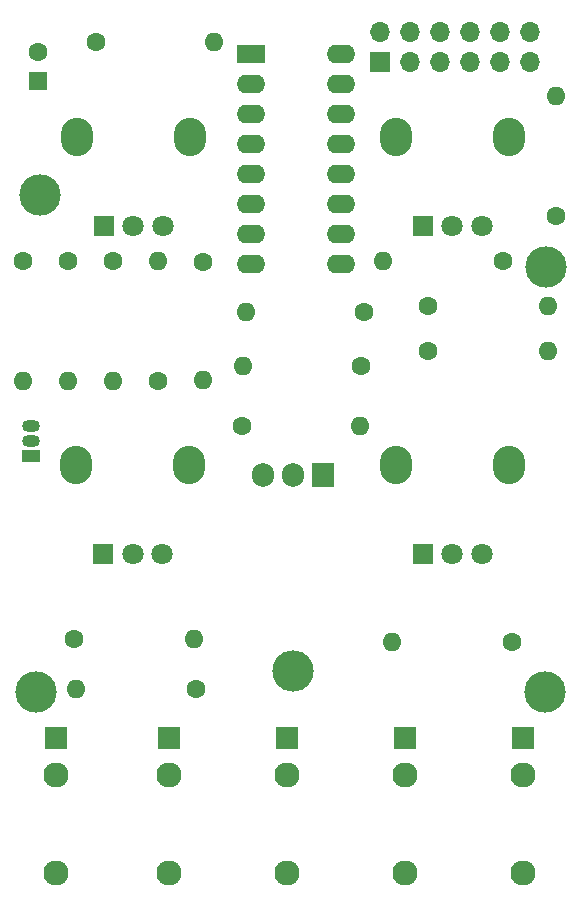
<source format=gbr>
%TF.GenerationSoftware,KiCad,Pcbnew,7.0.6*%
%TF.CreationDate,2023-10-15T17:56:32+01:00*%
%TF.ProjectId,DSP 1.1,44535020-312e-4312-9e6b-696361645f70,rev?*%
%TF.SameCoordinates,Original*%
%TF.FileFunction,Soldermask,Top*%
%TF.FilePolarity,Negative*%
%FSLAX46Y46*%
G04 Gerber Fmt 4.6, Leading zero omitted, Abs format (unit mm)*
G04 Created by KiCad (PCBNEW 7.0.6) date 2023-10-15 17:56:32*
%MOMM*%
%LPD*%
G01*
G04 APERTURE LIST*
%ADD10C,1.600000*%
%ADD11O,1.600000X1.600000*%
%ADD12R,1.700000X1.700000*%
%ADD13O,1.700000X1.700000*%
%ADD14R,1.930000X1.830000*%
%ADD15C,2.130000*%
%ADD16R,2.400000X1.600000*%
%ADD17O,2.400000X1.600000*%
%ADD18O,2.720000X3.240000*%
%ADD19R,1.800000X1.800000*%
%ADD20C,1.800000*%
%ADD21R,1.600000X1.600000*%
%ADD22C,3.500000*%
%ADD23O,3.500000X3.500000*%
%ADD24R,1.905000X2.000000*%
%ADD25O,1.905000X2.000000*%
%ADD26R,1.500000X1.050000*%
%ADD27O,1.500000X1.050000*%
G04 APERTURE END LIST*
D10*
%TO.C,C2*%
X82851000Y-66357500D03*
D11*
X72851000Y-66357500D03*
%TD*%
D12*
%TO.C,Jpcb1*%
X84206000Y-45153500D03*
D13*
X84206000Y-42613500D03*
X86746000Y-45153500D03*
X86746000Y-42613500D03*
X89286000Y-45153500D03*
X89286000Y-42613500D03*
X91826000Y-45153500D03*
X91826000Y-42613500D03*
X94366000Y-45153500D03*
X94366000Y-42613500D03*
X96906000Y-45153500D03*
X96906000Y-42613500D03*
%TD*%
D10*
%TO.C,R5*%
X88265000Y-65849500D03*
D11*
X98425000Y-65849500D03*
%TD*%
D14*
%TO.C,feedback/wet1*%
X66294000Y-102425500D03*
D15*
X66294000Y-113825500D03*
X66294000Y-105525500D03*
%TD*%
D10*
%TO.C,R7*%
X95377000Y-94297500D03*
D11*
X85217000Y-94297500D03*
%TD*%
D10*
%TO.C,Rx3*%
X61595000Y-62039500D03*
D11*
X61595000Y-72199500D03*
%TD*%
D16*
%TO.C,U4*%
X73279000Y-44513500D03*
D17*
X73279000Y-47053500D03*
X73279000Y-49593500D03*
X73279000Y-52133500D03*
X73279000Y-54673500D03*
X73279000Y-57213500D03*
X73279000Y-59753500D03*
X73279000Y-62293500D03*
X80899000Y-62293500D03*
X80899000Y-59753500D03*
X80899000Y-57213500D03*
X80899000Y-54673500D03*
X80899000Y-52133500D03*
X80899000Y-49593500D03*
X80899000Y-47053500D03*
X80899000Y-44513500D03*
%TD*%
D14*
%TO.C,In1*%
X56764000Y-102425500D03*
D15*
X56764000Y-113825500D03*
X56764000Y-105525500D03*
%TD*%
D10*
%TO.C,Rx1*%
X65405000Y-72199500D03*
D11*
X65405000Y-62039500D03*
%TD*%
D10*
%TO.C,C7*%
X82550000Y-70929500D03*
D11*
X72550000Y-70929500D03*
%TD*%
D18*
%TO.C,RV4*%
X85499000Y-51559500D03*
X95099000Y-51559500D03*
D19*
X87799000Y-59059500D03*
D20*
X90299000Y-59059500D03*
X92799000Y-59059500D03*
%TD*%
D10*
%TO.C,R6*%
X88265000Y-69659500D03*
D11*
X98425000Y-69659500D03*
%TD*%
D10*
%TO.C,C1*%
X69215000Y-62119500D03*
D11*
X69215000Y-72119500D03*
%TD*%
D14*
%TO.C,Left1*%
X86294000Y-102425500D03*
D15*
X86294000Y-113825500D03*
X86294000Y-105525500D03*
%TD*%
D10*
%TO.C,Rx5*%
X57785000Y-62039500D03*
D11*
X57785000Y-72199500D03*
%TD*%
D18*
%TO.C,RV3*%
X58499000Y-51559500D03*
X68099000Y-51559500D03*
D19*
X60799000Y-59059500D03*
D20*
X63299000Y-59059500D03*
X65799000Y-59059500D03*
%TD*%
D10*
%TO.C,R1*%
X58293000Y-94043500D03*
D11*
X68453000Y-94043500D03*
%TD*%
D21*
%TO.C,C5*%
X55245000Y-46799500D03*
D10*
X55245000Y-44299500D03*
%TD*%
%TO.C,R3*%
X94615000Y-62039500D03*
D11*
X84455000Y-62039500D03*
%TD*%
D10*
%TO.C,C4*%
X60151000Y-43497500D03*
D11*
X70151000Y-43497500D03*
%TD*%
D10*
%TO.C,C6*%
X72470000Y-76009500D03*
D11*
X82470000Y-76009500D03*
%TD*%
D22*
%TO.C,REF\u002A\u002A*%
X55016400Y-98488500D03*
%TD*%
D14*
%TO.C,Right1*%
X96294000Y-102425500D03*
D15*
X96294000Y-113825500D03*
X96294000Y-105525500D03*
%TD*%
D18*
%TO.C,RV2*%
X85499000Y-79314500D03*
X95099000Y-79314500D03*
D19*
X87799000Y-86814500D03*
D20*
X90299000Y-86814500D03*
X92799000Y-86814500D03*
%TD*%
D22*
%TO.C,REF\u002A\u002A*%
X98171000Y-98488500D03*
%TD*%
D23*
%TO.C,U3*%
X76835000Y-96774500D03*
D24*
X79375000Y-80114500D03*
D25*
X76835000Y-80114500D03*
X74295000Y-80114500D03*
%TD*%
D10*
%TO.C,Rx4*%
X68580000Y-98234500D03*
D11*
X58420000Y-98234500D03*
%TD*%
D18*
%TO.C,RV1*%
X58446000Y-79314500D03*
X68046000Y-79314500D03*
D19*
X60746000Y-86814500D03*
D20*
X63246000Y-86814500D03*
X65746000Y-86814500D03*
%TD*%
D14*
%TO.C,In2*%
X76294000Y-102425500D03*
D15*
X76294000Y-113825500D03*
X76294000Y-105525500D03*
%TD*%
D10*
%TO.C,Rx2*%
X53975000Y-62039500D03*
D11*
X53975000Y-72199500D03*
%TD*%
D22*
%TO.C,REF\u002A\u002A*%
X98221800Y-62496700D03*
%TD*%
%TO.C,REF\u002A\u002A*%
X55372000Y-56451500D03*
%TD*%
D10*
%TO.C,R4*%
X99060000Y-58229500D03*
D11*
X99060000Y-48069500D03*
%TD*%
D26*
%TO.C,Q1*%
X54610000Y-78549500D03*
D27*
X54610000Y-77279500D03*
X54610000Y-76009500D03*
%TD*%
M02*

</source>
